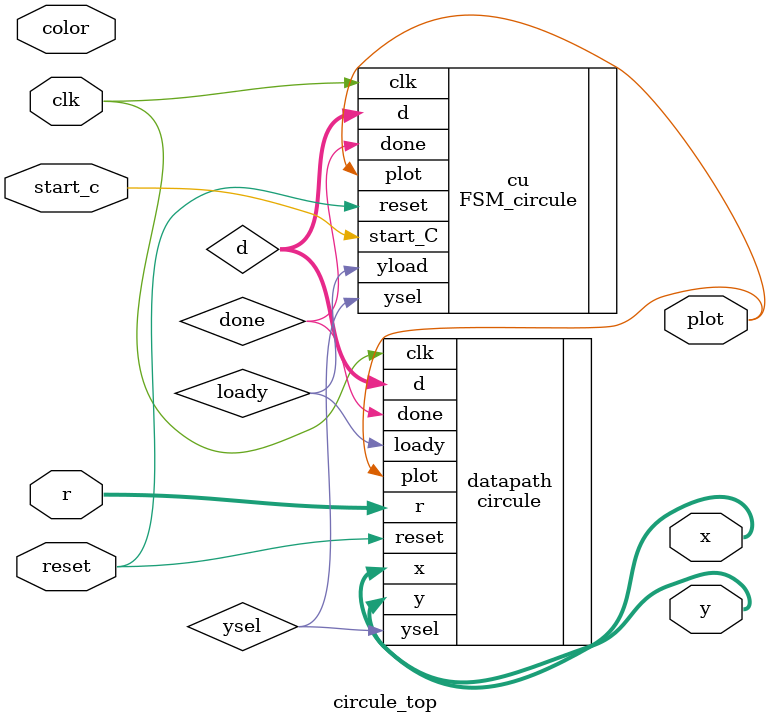
<source format=sv>
`timescale 1ns / 1ps


module circule_top(
input logic clk,
input logic reset,
input logic start_c,
input logic [5:0] r,
input logic [2:0] color,
output logic plot,
output logic [7:0] x,
output logic [6:0] y
    );
    
    wire ysel,done,loady;
    wire [5:0] d;
    
circule datapath(
.clk(clk),
.reset(reset),
.loady(loady),
.r(r),
.plot(plot),
.ysel(ysel),
.x(x),
.y(y),
.d(d),
.done(done)
);

FSM_circule cu(
.reset(reset),
.clk(clk),
.start_C(start_c),
.done(done),
.plot(plot),
.d(d),
.yload(loady),
.ysel(ysel)
    );

endmodule

</source>
